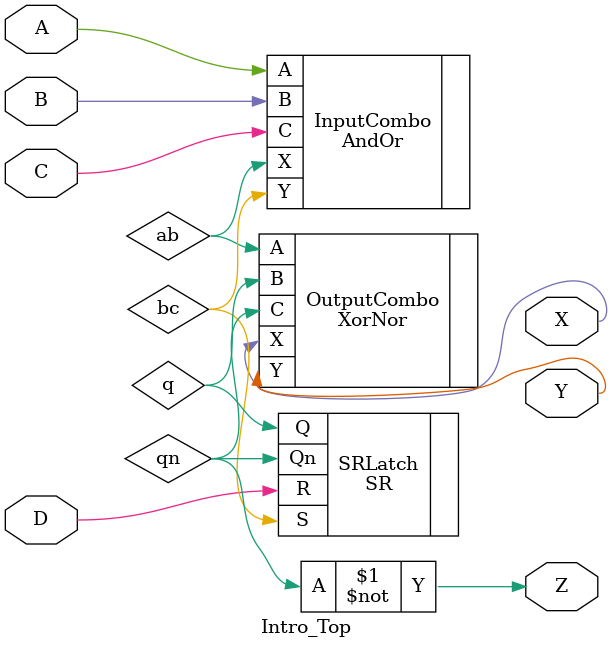
<source format=v>
module Intro_Top (output X, Y, Z, input A, B, C, D);
  //
  wire ab, bc, q, qn;  // Wires for internal connectivity.
  //
  assign #1 Z = ~qn; // Inverter by continuous assignment statement.
  //
   AndOr InputCombo  (.X(ab), .Y(bc), .A(A), .B(B), .C(C));
      SR SRLatch     (.Q(q), .Qn(qn), .S(bc), .R(D));
  XorNor OutputCombo (.X(X), .Y(Y), .A(ab), .B(q), .C(qn));
  //
endmodule // Intro_Top.

</source>
